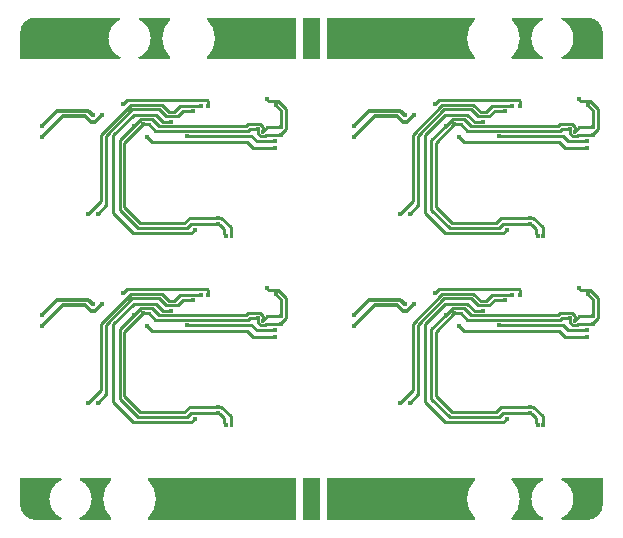
<source format=gbr>
*
%FSLAX26Y26*%
%MOIN*%
%ADD10C,0.014900*%
%ADD11C,0.011000*%
%ADD12C,0.013000*%
%ADD13C,0.015900*%
%ADD14C,0.001975*%
%ADD15C,0.001300*%
%ADD16C,0.002550*%
%ADD17C,0.015748*%
%ADD18C,0.035433*%
%IPPOS*%
%LNl2.gbr*%
%LPD*%
G75*
G54D10*
X735039Y70867D03*
G54D11*
Y98032D02*
Y70867D01*
Y98032D02*
X703543Y129528D01*
X433417Y111812D02*
X379173Y166056D01*
Y379567D01*
X441287Y441682D01*
X827126Y411111D02*
X835913Y402323D01*
X848339D01*
X853102Y407087D01*
X902709D01*
X827126Y425434D02*
X825394Y427166D01*
X827126Y425434D02*
Y411111D01*
X902709Y407087D02*
X902953Y407331D01*
X918740Y426071D02*
Y493615D01*
X891449Y520906D01*
X860394D01*
X855118Y526182D01*
X902953Y410284D02*
Y407331D01*
Y410284D02*
X918740Y426071D01*
X825394Y427166D02*
X799953D01*
X792827Y420040D02*
X483551D01*
X461909Y441682D01*
X792827Y420040D02*
X799953Y427166D01*
X461909Y441682D02*
X441287D01*
X598031Y129528D02*
X691535D01*
X598031D02*
X580315Y111812D01*
X433417D01*
X691535Y129528D02*
X703543D01*
X711394Y78764D02*
X719291Y70867D01*
X711394Y78764D02*
Y92647D01*
X698979Y105062D01*
X698932D01*
X693200Y110794D01*
X412461Y437146D02*
X364173Y388859D01*
X412461Y437146D02*
X416004Y440690D01*
X364173Y388859D02*
Y157481D01*
X842126Y417323D02*
X857087Y432284D01*
X903740D01*
Y487402D01*
X885236Y505906D01*
X435039Y458977D02*
X416752Y440690D01*
X416004D01*
X364173Y157481D02*
X425197Y96457D01*
X603543Y109843D02*
X691535D01*
X603543D02*
X590157Y96457D01*
X425197D01*
X793740Y442166D02*
X831606D01*
X842126Y431646D01*
Y417323D01*
X472126Y458977D02*
X435039D01*
X472126D02*
X495709Y435394D01*
X786968D01*
X793740Y442166D01*
X634646Y503127D02*
X565331D01*
X301575Y407481D02*
Y185827D01*
X545303Y483099D02*
X565331Y503127D01*
X545303Y483099D02*
X528319D01*
X504331Y507087D01*
X401181D01*
X301575Y407481D01*
X260236Y144489D02*
X301575Y185827D01*
X609193Y486359D02*
X576122D01*
X319291Y403985D02*
Y172048D01*
X557862Y468099D02*
X576122Y486359D01*
X557862Y468099D02*
X520091D01*
X496496Y491693D01*
X407000D01*
X319291Y403985D01*
X291732Y144489D02*
X319291Y172048D01*
G54D12*
X283858Y449213D02*
X307087Y472441D01*
X283858Y449213D02*
X270079D01*
X249213Y470079D01*
X176583D01*
X106299Y399796D01*
X260630Y487402D02*
X275591Y472441D01*
X260630Y487402D02*
X156693D01*
X106299Y437008D01*
G54D11*
X536220Y450394D02*
X508661D01*
X410929Y474410D02*
X342520Y406001D01*
Y145670D01*
X409843Y78347D01*
X602953D01*
X614764Y90158D01*
X484646Y474410D02*
X410929D01*
X484646D02*
X508661Y450394D01*
X588189Y402756D02*
X803937D01*
X821260Y385434D01*
X882677D01*
X789055Y384567D02*
X809055Y364567D01*
X471602Y384567D02*
X454988Y401182D01*
X471602Y384567D02*
X789055D01*
X883315Y364567D02*
X883953Y363930D01*
X883315Y364567D02*
X809055D01*
X377165Y511024D02*
X389370Y523229D01*
X655512D01*
X659843Y518898D02*
Y503520D01*
Y518898D02*
X655512Y523229D01*
G54D10*
X719291Y70867D03*
G54D13*
X691535Y109843D03*
X842126Y417323D03*
X903740Y432284D03*
X412480Y437127D03*
X634646Y503111D03*
X260236Y144489D03*
X609173Y486339D03*
X291732Y144489D03*
X307087Y472441D03*
X106299Y399804D03*
X275591Y472441D03*
X106299Y437008D03*
X614764Y90158D03*
X536220Y450394D03*
X588189Y402756D03*
X882677Y385434D03*
X455000Y401182D03*
X883937Y363938D03*
X377165Y511024D03*
X659843Y503504D03*
X855118Y526182D03*
X885236Y505906D03*
X441299Y441693D03*
X902953Y407323D03*
X825394Y427166D03*
X691535Y129528D03*
%LPC*%
G75*
X691535Y129528D02*
G54D14*
X727733Y66779D02*
Y74954D01*
X726597D02*
Y66779D01*
G36*
X833715Y416509D02*
G02X834162Y416219I-455J-1191D01*
G01X841022Y409360D01*
G02X841312Y408913I-902J-902D01*
G02X833715Y416509I814J8411D01*
G37*
G36*
X836608Y410923D02*
G01X847643D01*
G02X842126Y408873I-5518J6400D01*
G02X836608Y410923I-0J8450D01*
G37*
G36*
X842940Y408913D02*
G02X843230Y409360I1191J-455D01*
G01X850090Y416219D01*
G02X850537Y416509I903J-902D01*
G02X842940Y408913I-8410J815D01*
G37*
G54D15*
X850588Y416048D02*
G01X843988Y408971D01*
G36*
X833676Y417323D02*
G02X835610Y422704I8450J1D01*
G02X835726Y422173I-1159J-531D01*
G01Y412473D01*
G02X835610Y411943I-1275J1D01*
G02X833676Y417323I6516J5380D01*
G37*
G36*
X910140Y427434D02*
G01Y437134D01*
G02X910256Y437664I1275J-1D01*
G02X912190Y432284I-6516J-5380D01*
G02X910256Y426904I-8450J-0D01*
G02X910140Y427434I1159J531D01*
G37*
G36*
X886051Y514317D02*
G02X893647Y506720I-814J-8411D01*
G02X893200Y507010I455J1191D01*
G01X886340Y513870D01*
G02X886051Y514317I903J901D01*
G37*
G36*
X879856Y512422D02*
G02X885236Y514356I5380J-6516D01*
G02X890617Y512422I1J-8450D01*
G02X890086Y512306I-531J1159D01*
G01X880386D01*
G02X879856Y512422I1J1275D01*
G37*
G36*
X904555Y423873D02*
G02X904844Y424320I1192J-454D01*
G01X911704Y431180D01*
G02X912151Y431470I903J-901D01*
G02X904555Y423873I-8411J814D01*
G37*
G36*
X820013Y433682D02*
G02X825394Y435616I5380J-6516D01*
G02X830774Y433682I0J-8450D01*
G02X830244Y433566I-531J1159D01*
G01X820544D01*
G02X820013Y433682I0J1275D01*
G37*
G36*
X826208Y435577D02*
G02X833804Y427980I-815J-8410D01*
G02X833357Y428270I455J1191D01*
G01X826498Y435130D01*
G02X826208Y435577I902J903D01*
G37*
G54D16*
X541070Y442719D02*
G01X531371D01*
G54D17*
X3937Y39371D02*
X4087Y35938D01*
X4535Y32536D01*
X5280Y29182D01*
X6311Y25906D01*
X7626Y22733D01*
X9213Y19686D01*
X11055Y16788D01*
X13150Y14064D01*
X15468Y11532D01*
X18000Y9213D01*
X20724Y7119D01*
X23622Y5276D01*
X26669Y3690D01*
X29843Y2375D01*
X33118Y1343D01*
X36472Y599D01*
X39874Y150D01*
X43307Y1D01*
X897638D01*
X901071Y150D01*
X904472Y599D01*
X907827Y1343D01*
X911102Y2375D01*
X914276Y3690D01*
X917323Y5276D01*
X920220Y7119D01*
X922945Y9213D01*
X925476Y11532D01*
X927795Y14064D01*
X929890Y16788D01*
X931732Y19686D01*
X933319Y22733D01*
X934634Y25906D01*
X935665Y29182D01*
X936409Y32536D01*
X936858Y35938D01*
X937008Y39371D01*
Y78741D01*
X937083Y80457D01*
X937307Y82158D01*
X937677Y83835D01*
X938197Y85473D01*
X938850Y87060D01*
X939646Y88583D01*
X940567Y90032D01*
X941614Y91394D01*
X942772Y92662D01*
X944039Y93819D01*
X945402Y94867D01*
X946850Y95788D01*
X948374Y96583D01*
X949961Y97237D01*
X951598Y97756D01*
X953276Y98127D01*
X954976Y98351D01*
X956693Y98426D01*
X957378Y98457D01*
X958059Y98544D01*
X958732Y98693D01*
X959386Y98902D01*
X960020Y99162D01*
X960630Y99481D01*
X961209Y99851D01*
X961756Y100268D01*
X962260Y100733D01*
X962724Y101237D01*
X963142Y101784D01*
X963512Y102363D01*
X963831Y102973D01*
X964091Y103607D01*
X964299Y104260D01*
X964449Y104934D01*
X964535Y105615D01*
X964567Y106300D01*
Y448819D01*
X964551Y449162D01*
X964508Y449504D01*
X964433Y449839D01*
X964331Y450166D01*
X964197Y450485D01*
X964039Y450788D01*
X963854Y451079D01*
X963646Y451351D01*
X963413Y451603D01*
X963161Y451835D01*
X962890Y452044D01*
X962598Y452229D01*
X962295Y452386D01*
X961976Y452520D01*
X961650Y452623D01*
X961315Y452697D01*
X960972Y452741D01*
X960630Y452756D01*
X958913Y452831D01*
X957213Y453056D01*
X955535Y453426D01*
X953898Y453945D01*
X952311Y454599D01*
X950787Y455394D01*
X949339Y456316D01*
X947976Y457363D01*
X946709Y458520D01*
X945551Y459788D01*
X944504Y461150D01*
X943583Y462599D01*
X942787Y464123D01*
X942134Y465709D01*
X941614Y467347D01*
X941244Y469024D01*
X941020Y470725D01*
X940945Y472441D01*
Y511812D01*
X940795Y515245D01*
X940346Y518646D01*
X939602Y522001D01*
X938571Y525276D01*
X937256Y528449D01*
X935669Y531497D01*
X933827Y534394D01*
X931732Y537119D01*
X929413Y539650D01*
X926882Y541969D01*
X924157Y544064D01*
X921260Y545906D01*
X918213Y547493D01*
X915039Y548808D01*
X911764Y549839D01*
X908409Y550583D01*
X905008Y551032D01*
X901575Y551182D01*
X43307D01*
X39874Y551032D01*
X36472Y550583D01*
X33118Y549839D01*
X29843Y548808D01*
X26669Y547493D01*
X23622Y545906D01*
X20724Y544064D01*
X18000Y541969D01*
X15468Y539650D01*
X13150Y537119D01*
X11055Y534394D01*
X9213Y531497D01*
X7626Y528449D01*
X6311Y525276D01*
X5280Y522001D01*
X4535Y518646D01*
X4087Y515245D01*
X3937Y511812D01*
Y39371D01*
X-3343Y1D02*
X968204D01*
X964567Y-13511D02*
Y542672D01*
X956047Y551182D02*
X4761D01*
X3937Y552802D02*
Y2698D01*
G54D18*
X124433Y559831D03*
X157898D03*
X191362D03*
X224827D03*
X258291D03*
X669616D03*
X703080D03*
X736545D03*
X770009D03*
X803474D03*
X124433Y-8580D03*
X157898D03*
X191362D03*
X224827D03*
X258291D03*
X669616D03*
X703080D03*
X736545D03*
X770009D03*
X803474D03*
%LPD*%
G75*
X803474Y-8580D02*
G54D10*
X735039Y700788D03*
G54D11*
Y727953D02*
Y700788D01*
Y727953D02*
X703543Y759449D01*
X433417Y741733D02*
X379173Y795977D01*
Y1009489D01*
X441287Y1071603D01*
X827126Y1041032D02*
X835913Y1032245D01*
X848339D01*
X853102Y1037008D01*
X902709D01*
X827126Y1055355D02*
X825394Y1057087D01*
X827126Y1055355D02*
Y1041032D01*
X902709Y1037008D02*
X902953Y1037253D01*
X918740Y1055993D02*
Y1123536D01*
X891449Y1150827D01*
X860394D01*
X855118Y1156103D01*
X902953Y1040205D02*
Y1037253D01*
Y1040205D02*
X918740Y1055993D01*
X825394Y1057087D02*
X799953D01*
X792827Y1049961D02*
X483551D01*
X461909Y1071603D01*
X792827Y1049961D02*
X799953Y1057087D01*
X461909Y1071603D02*
X441287D01*
X598031Y759449D02*
X691535D01*
X598031D02*
X580315Y741733D01*
X433417D01*
X691535Y759449D02*
X703543D01*
X711394Y708686D02*
X719291Y700788D01*
X711394Y708686D02*
Y722569D01*
X698979Y734983D01*
X698932D01*
X693200Y740715D01*
X412461Y1067067D02*
X364173Y1018780D01*
X412461Y1067067D02*
X416004Y1070611D01*
X364173Y1018780D02*
Y787402D01*
X842126Y1047245D02*
X857087Y1062205D01*
X903740D01*
Y1117323D01*
X885236Y1135827D01*
X435039Y1088898D02*
X416752Y1070611D01*
X416004D01*
X364173Y787402D02*
X425197Y726379D01*
X603543Y739764D02*
X691535D01*
X603543D02*
X590157Y726379D01*
X425197D01*
X793740Y1072087D02*
X831606D01*
X842126Y1061567D01*
Y1047245D01*
X472126Y1088898D02*
X435039D01*
X472126D02*
X495709Y1065316D01*
X786968D01*
X793740Y1072087D01*
X634646Y1133048D02*
X565331D01*
X301575Y1037402D02*
Y815749D01*
X545303Y1113020D02*
X565331Y1133048D01*
X545303Y1113020D02*
X528319D01*
X504331Y1137008D01*
X401181D01*
X301575Y1037402D01*
X260236Y774410D02*
X301575Y815749D01*
X609193Y1116280D02*
X576122D01*
X319291Y1033906D02*
Y801969D01*
X557862Y1098020D02*
X576122Y1116280D01*
X557862Y1098020D02*
X520091D01*
X496496Y1121615D01*
X407000D01*
X319291Y1033906D01*
X291732Y774410D02*
X319291Y801969D01*
G54D12*
X283858Y1079134D02*
X307087Y1102363D01*
X283858Y1079134D02*
X270079D01*
X249213Y1100001D01*
X176583D01*
X106299Y1029717D01*
X260630Y1117323D02*
X275591Y1102363D01*
X260630Y1117323D02*
X156693D01*
X106299Y1066930D01*
G54D11*
X536220Y1080316D02*
X508661D01*
X410929Y1104331D02*
X342520Y1035922D01*
Y775591D01*
X409843Y708268D01*
X602953D01*
X614764Y720079D01*
X484646Y1104331D02*
X410929D01*
X484646D02*
X508661Y1080316D01*
X588189Y1032678D02*
X803937D01*
X821260Y1015355D01*
X882677D01*
X789055Y1014489D02*
X809055Y994489D01*
X471602Y1014489D02*
X454988Y1031103D01*
X471602Y1014489D02*
X789055D01*
X883315Y994489D02*
X883953Y993851D01*
X883315Y994489D02*
X809055D01*
X377165Y1140945D02*
X389370Y1153150D01*
X655512D01*
X659843Y1148819D02*
Y1133441D01*
Y1148819D02*
X655512Y1153150D01*
G54D10*
X719291Y700788D03*
G54D13*
X691535Y739764D03*
X842126Y1047245D03*
X903740Y1062205D03*
X412480Y1067048D03*
X634646Y1133032D03*
X260236Y774410D03*
X609173Y1116260D03*
X291732Y774410D03*
X307087Y1102363D03*
X106299Y1029725D03*
X275591Y1102363D03*
X106299Y1066930D03*
X614764Y720079D03*
X536220Y1080316D03*
X588189Y1032678D03*
X882677Y1015355D03*
X455000Y1031103D03*
X883937Y993859D03*
X377165Y1140945D03*
X659843Y1133426D03*
X855118Y1156103D03*
X885236Y1135827D03*
X441299Y1071615D03*
X902953Y1037245D03*
X825394Y1057087D03*
X691535Y759449D03*
%LPC*%
G75*
X691535Y759449D02*
G54D14*
X727733Y696700D02*
Y704875D01*
X726597D02*
Y696700D01*
G36*
X833715Y1046430D02*
G02X834162Y1046141I-454J-1192D01*
G01X841022Y1039281D01*
G02X841312Y1038834I-902J-903D01*
G02X833715Y1046430I814J8411D01*
G37*
G36*
X836608Y1040845D02*
G01X847643D01*
G02X842126Y1038795I-5518J6400D01*
G02X836608Y1040845I-0J8450D01*
G37*
G36*
X842940Y1038834D02*
G02X843230Y1039281I1191J-455D01*
G01X850090Y1046141D01*
G02X850537Y1046430I901J-903D01*
G02X842940Y1038834I-8410J815D01*
G37*
G54D15*
X850588Y1045969D02*
G01X843988Y1038892D01*
G36*
X833676Y1047245D02*
G02X835610Y1052625I8450J-0D01*
G02X835726Y1052095I-1159J-531D01*
G01Y1042395D01*
G02X835610Y1041864I-1275J0D01*
G02X833676Y1047245I6516J5380D01*
G37*
G36*
X910140Y1057355D02*
G01Y1067055D01*
G02X910256Y1067586I1275J-0D01*
G02X912190Y1062205I-6516J-5380D01*
G02X910256Y1056825I-8450J-0D01*
G02X910140Y1057355I1159J531D01*
G37*
G36*
X886051Y1144238D02*
G02X893647Y1136642I-814J-8411D01*
G02X893200Y1136931I454J1192D01*
G01X886340Y1143791D01*
G02X886051Y1144238I903J901D01*
G37*
G36*
X879856Y1142343D02*
G02X885236Y1144277I5380J-6516D01*
G02X890617Y1142343I1J-8450D01*
G02X890086Y1142227I-531J1159D01*
G01X880386D01*
G02X879856Y1142343I1J1275D01*
G37*
G36*
X904555Y1053795D02*
G02X904844Y1054242I1192J-454D01*
G01X911704Y1061101D01*
G02X912151Y1061391I903J-902D01*
G02X904555Y1053795I-8410J815D01*
G37*
G36*
X820013Y1063603D02*
G02X825394Y1065537I5380J-6516D01*
G02X830774Y1063603I0J-8450D01*
G02X830244Y1063487I-531J1159D01*
G01X820544D01*
G02X820013Y1063603I0J1275D01*
G37*
G36*
X826208Y1065498D02*
G02X833804Y1057902I-814J-8411D01*
G02X833357Y1058191I454J1192D01*
G01X826498Y1065051D01*
G02X826208Y1065498I901J903D01*
G37*
G54D16*
X541070Y1072641D02*
G01X531371D01*
G54D17*
X3937Y669292D02*
X4087Y665859D01*
X4535Y662457D01*
X5280Y659103D01*
X6311Y655827D01*
X7626Y652654D01*
X9213Y649607D01*
X11055Y646709D01*
X13150Y643985D01*
X15468Y641453D01*
X18000Y639134D01*
X20724Y637040D01*
X23622Y635197D01*
X26669Y633611D01*
X29843Y632296D01*
X33118Y631264D01*
X36472Y630520D01*
X39874Y630071D01*
X43307Y629922D01*
X897638D01*
X901071Y630071D01*
X904472Y630520D01*
X907827Y631264D01*
X911102Y632296D01*
X914276Y633611D01*
X917323Y635197D01*
X920220Y637040D01*
X922945Y639134D01*
X925476Y641453D01*
X927795Y643985D01*
X929890Y646709D01*
X931732Y649607D01*
X933319Y652654D01*
X934634Y655827D01*
X935665Y659103D01*
X936409Y662457D01*
X936858Y665859D01*
X937008Y669292D01*
Y708662D01*
X937083Y710379D01*
X937307Y712079D01*
X937677Y713756D01*
X938197Y715394D01*
X938850Y716981D01*
X939646Y718504D01*
X940567Y719953D01*
X941614Y721316D01*
X942772Y722583D01*
X944039Y723741D01*
X945402Y724788D01*
X946850Y725709D01*
X948374Y726504D01*
X949961Y727158D01*
X951598Y727678D01*
X953276Y728048D01*
X954976Y728272D01*
X956693Y728347D01*
X957378Y728379D01*
X958059Y728465D01*
X958732Y728615D01*
X959386Y728823D01*
X960020Y729083D01*
X960630Y729402D01*
X961209Y729772D01*
X961756Y730190D01*
X962260Y730654D01*
X962724Y731158D01*
X963142Y731705D01*
X963512Y732284D01*
X963831Y732894D01*
X964091Y733528D01*
X964299Y734182D01*
X964449Y734855D01*
X964535Y735536D01*
X964567Y736221D01*
Y1078741D01*
X964551Y1079083D01*
X964508Y1079426D01*
X964433Y1079760D01*
X964331Y1080087D01*
X964197Y1080406D01*
X964039Y1080709D01*
X963854Y1081001D01*
X963646Y1081272D01*
X963413Y1081524D01*
X963161Y1081756D01*
X962890Y1081965D01*
X962598Y1082150D01*
X962295Y1082308D01*
X961976Y1082441D01*
X961650Y1082544D01*
X961315Y1082619D01*
X960972Y1082662D01*
X960630Y1082678D01*
X958913Y1082753D01*
X957213Y1082977D01*
X955535Y1083347D01*
X953898Y1083867D01*
X952311Y1084520D01*
X950787Y1085316D01*
X949339Y1086237D01*
X947976Y1087284D01*
X946709Y1088441D01*
X945551Y1089709D01*
X944504Y1091071D01*
X943583Y1092520D01*
X942787Y1094044D01*
X942134Y1095630D01*
X941614Y1097268D01*
X941244Y1098945D01*
X941020Y1100646D01*
X940945Y1102363D01*
Y1141733D01*
X940795Y1145166D01*
X940346Y1148567D01*
X939602Y1151922D01*
X938571Y1155197D01*
X937256Y1158371D01*
X935669Y1161418D01*
X933827Y1164316D01*
X931732Y1167040D01*
X929413Y1169571D01*
X926882Y1171890D01*
X924157Y1173985D01*
X921260Y1175827D01*
X918213Y1177414D01*
X915039Y1178729D01*
X911764Y1179760D01*
X908409Y1180504D01*
X905008Y1180953D01*
X901575Y1181103D01*
X43307D01*
X39874Y1180953D01*
X36472Y1180504D01*
X33118Y1179760D01*
X29843Y1178729D01*
X26669Y1177414D01*
X23622Y1175827D01*
X20724Y1173985D01*
X18000Y1171890D01*
X15468Y1169571D01*
X13150Y1167040D01*
X11055Y1164316D01*
X9213Y1161418D01*
X7626Y1158371D01*
X6311Y1155197D01*
X5280Y1151922D01*
X4535Y1148567D01*
X4087Y1145166D01*
X3937Y1141733D01*
Y669292D01*
X-3343Y629922D02*
X968204D01*
X964567Y616410D02*
Y1172593D01*
X956047Y1181103D02*
X4761D01*
X3937Y1182724D02*
Y632619D01*
G54D18*
X124433Y1189752D03*
X157898D03*
X191362D03*
X224827D03*
X258291D03*
X669616D03*
X703080D03*
X736545D03*
X770009D03*
X803474D03*
X124433Y621341D03*
X157898D03*
X191362D03*
X224827D03*
X258291D03*
X669616D03*
X703080D03*
X736545D03*
X770009D03*
X803474D03*
%LPD*%
G75*
X803474Y621341D02*
G54D10*
X1774409Y70867D03*
G54D11*
Y98032D02*
Y70867D01*
Y98032D02*
X1742913Y129528D01*
X1472787Y111812D02*
X1418543Y166056D01*
Y379567D01*
X1480657Y441682D01*
X1866496Y411111D02*
X1875283Y402323D01*
X1887709D01*
X1892472Y407087D01*
X1942079D01*
X1866496Y425434D02*
X1864764Y427166D01*
X1866496Y425434D02*
Y411111D01*
X1942079Y407087D02*
X1942323Y407331D01*
X1958110Y426071D02*
Y493615D01*
X1930819Y520906D01*
X1899764D01*
X1894488Y526182D01*
X1942323Y410284D02*
Y407331D01*
Y410284D02*
X1958110Y426071D01*
X1864764Y427166D02*
X1839323D01*
X1832197Y420040D02*
X1522921D01*
X1501280Y441682D01*
X1832197Y420040D02*
X1839323Y427166D01*
X1501280Y441682D02*
X1480657D01*
X1637402Y129528D02*
X1730906D01*
X1637402D02*
X1619685Y111812D01*
X1472787D01*
X1730906Y129528D02*
X1742913D01*
X1750764Y78764D02*
X1758661Y70867D01*
X1750764Y78764D02*
Y92647D01*
X1738349Y105062D01*
X1738302D01*
X1732570Y110794D01*
X1451831Y437146D02*
X1403543Y388859D01*
X1451831Y437146D02*
X1455374Y440690D01*
X1403543Y388859D02*
Y157481D01*
X1881496Y417323D02*
X1896457Y432284D01*
X1943110D01*
Y487402D01*
X1924606Y505906D01*
X1474409Y458977D02*
X1456122Y440690D01*
X1455374D01*
X1403543Y157481D02*
X1464567Y96457D01*
X1642913Y109843D02*
X1730906D01*
X1642913D02*
X1629528Y96457D01*
X1464567D01*
X1833110Y442166D02*
X1870976D01*
X1881496Y431646D01*
Y417323D01*
X1511496Y458977D02*
X1474409D01*
X1511496D02*
X1535079Y435394D01*
X1826339D01*
X1833110Y442166D01*
X1674016Y503127D02*
X1604701D01*
X1340945Y407481D02*
Y185827D01*
X1584673Y483099D02*
X1604701Y503127D01*
X1584673Y483099D02*
X1567689D01*
X1543701Y507087D01*
X1440551D01*
X1340945Y407481D01*
X1299606Y144489D02*
X1340945Y185827D01*
X1648563Y486359D02*
X1615492D01*
X1358661Y403985D02*
Y172048D01*
X1597232Y468099D02*
X1615492Y486359D01*
X1597232Y468099D02*
X1559461D01*
X1535866Y491693D01*
X1446370D01*
X1358661Y403985D01*
X1331102Y144489D02*
X1358661Y172048D01*
G54D12*
X1323228Y449213D02*
X1346457Y472441D01*
X1323228Y449213D02*
X1309449D01*
X1288583Y470079D01*
X1215953D01*
X1145669Y399796D01*
X1300000Y487402D02*
X1314961Y472441D01*
X1300000Y487402D02*
X1196063D01*
X1145669Y437008D01*
G54D11*
X1575591Y450394D02*
X1548031D01*
X1450299Y474410D02*
X1381890Y406001D01*
Y145670D01*
X1449213Y78347D01*
X1642323D01*
X1654134Y90158D01*
X1524016Y474410D02*
X1450299D01*
X1524016D02*
X1548031Y450394D01*
X1627559Y402756D02*
X1843307D01*
X1860630Y385434D01*
X1922047D01*
X1828425Y384567D02*
X1848425Y364567D01*
X1510972Y384567D02*
X1494358Y401182D01*
X1510972Y384567D02*
X1828425D01*
X1922685Y364567D02*
X1923323Y363930D01*
X1922685Y364567D02*
X1848425D01*
X1416535Y511024D02*
X1428740Y523229D01*
X1694882D01*
X1699213Y518898D02*
Y503520D01*
Y518898D02*
X1694882Y523229D01*
G54D10*
X1758661Y70867D03*
G54D13*
X1730906Y109843D03*
X1881496Y417323D03*
X1943110Y432284D03*
X1451850Y437127D03*
X1674016Y503111D03*
X1299606Y144489D03*
X1648543Y486339D03*
X1331102Y144489D03*
X1346457Y472441D03*
X1145669Y399804D03*
X1314961Y472441D03*
X1145669Y437008D03*
X1654134Y90158D03*
X1575591Y450394D03*
X1627559Y402756D03*
X1922047Y385434D03*
X1494370Y401182D03*
X1923307Y363938D03*
X1416535Y511024D03*
X1699213Y503504D03*
X1894488Y526182D03*
X1924606Y505906D03*
X1480669Y441693D03*
X1942323Y407323D03*
X1864764Y427166D03*
X1730906Y129528D03*
%LPC*%
G75*
X1730906Y129528D02*
G54D14*
X1767103Y66779D02*
Y74954D01*
X1765968D02*
Y66779D01*
G36*
X1873085Y416509D02*
G02X1873532Y416219I-455J-1191D01*
G01X1880392Y409360D01*
G02X1880682Y408913I-902J-902D01*
G02X1873085Y416509I814J8411D01*
G37*
G36*
X1875979Y410923D02*
G01X1887014D01*
G02X1881496Y408873I-5518J6400D01*
G02X1875979Y410923I0J8450D01*
G37*
G36*
X1882310Y408913D02*
G02X1882600Y409360I1191J-455D01*
G01X1889460Y416219D01*
G02X1889907Y416509I903J-901D01*
G02X1882310Y408913I-8411J814D01*
G37*
G54D15*
X1889958Y416048D02*
G01X1883358Y408971D01*
G36*
X1873046Y417323D02*
G02X1874980Y422704I8450J1D01*
G02X1875096Y422173I-1159J-531D01*
G01Y412473D01*
G02X1874980Y411943I-1275J1D01*
G02X1873046Y417323I6516J5380D01*
G37*
G36*
X1949510Y427434D02*
G01Y437134D01*
G02X1949626Y437664I1275J-1D01*
G02X1951560Y432284I-6516J-5380D01*
G02X1949626Y426904I-8450J0D01*
G02X1949510Y427434I1159J531D01*
G37*
G36*
X1925421Y514317D02*
G02X1933017Y506720I-814J-8411D01*
G02X1932570Y507010I455J1191D01*
G01X1925710Y513870D01*
G02X1925421Y514317I903J901D01*
G37*
G36*
X1919226Y512422D02*
G02X1924606Y514356I5380J-6516D01*
G02X1929987Y512422I1J-8450D01*
G02X1929456Y512306I-531J1159D01*
G01X1919756D01*
G02X1919226Y512422I1J1275D01*
G37*
G36*
X1943925Y423873D02*
G02X1944214Y424320I1192J-454D01*
G01X1951074Y431180D01*
G02X1951521Y431470I903J-901D01*
G02X1943925Y423873I-8411J814D01*
G37*
G36*
X1859383Y433682D02*
G02X1864764Y435616I5380J-6516D01*
G02X1870144Y433682I0J-8450D01*
G02X1869614Y433566I-531J1159D01*
G01X1859914D01*
G02X1859383Y433682I0J1275D01*
G37*
G36*
X1865578Y435577D02*
G02X1873174Y427980I-815J-8411D01*
G02X1872727Y428270I455J1191D01*
G01X1865868Y435130D01*
G02X1865578Y435577I902J902D01*
G37*
G54D16*
X1580440Y442719D02*
G01X1570741D01*
G54D17*
X1043307Y39371D02*
X1043457Y35938D01*
X1043906Y32536D01*
X1044650Y29182D01*
X1045681Y25906D01*
X1046996Y22733D01*
X1048583Y19686D01*
X1050425Y16788D01*
X1052520Y14064D01*
X1054839Y11532D01*
X1057370Y9213D01*
X1060094Y7119D01*
X1062992Y5276D01*
X1066039Y3690D01*
X1069213Y2375D01*
X1072488Y1343D01*
X1075843Y599D01*
X1079244Y150D01*
X1082677Y1D01*
X1937008D01*
X1940441Y150D01*
X1943843Y599D01*
X1947197Y1343D01*
X1950472Y2375D01*
X1953646Y3690D01*
X1956693Y5276D01*
X1959591Y7119D01*
X1962315Y9213D01*
X1964846Y11532D01*
X1967165Y14064D01*
X1969260Y16788D01*
X1971102Y19686D01*
X1972689Y22733D01*
X1974004Y25906D01*
X1975035Y29182D01*
X1975780Y32536D01*
X1976228Y35938D01*
X1976378Y39371D01*
Y78741D01*
X1976453Y80457D01*
X1976677Y82158D01*
X1977047Y83835D01*
X1977567Y85473D01*
X1978220Y87060D01*
X1979016Y88583D01*
X1979937Y90032D01*
X1980984Y91394D01*
X1982142Y92662D01*
X1983409Y93819D01*
X1984772Y94867D01*
X1986220Y95788D01*
X1987744Y96583D01*
X1989331Y97237D01*
X1990968Y97756D01*
X1992646Y98127D01*
X1994346Y98351D01*
X1996063Y98426D01*
X1996748Y98457D01*
X1997429Y98544D01*
X1998102Y98693D01*
X1998756Y98902D01*
X1999390Y99162D01*
X2000000Y99481D01*
X2000579Y99851D01*
X2001126Y100268D01*
X2001630Y100733D01*
X2002094Y101237D01*
X2002512Y101784D01*
X2002882Y102363D01*
X2003201Y102973D01*
X2003461Y103607D01*
X2003669Y104260D01*
X2003819Y104934D01*
X2003906Y105615D01*
X2003937Y106300D01*
Y448819D01*
X2003921Y449162D01*
X2003878Y449504D01*
X2003803Y449839D01*
X2003701Y450166D01*
X2003567Y450485D01*
X2003409Y450788D01*
X2003224Y451079D01*
X2003016Y451351D01*
X2002783Y451603D01*
X2002531Y451835D01*
X2002260Y452044D01*
X2001968Y452229D01*
X2001665Y452386D01*
X2001346Y452520D01*
X2001020Y452623D01*
X2000685Y452697D01*
X2000343Y452741D01*
X2000000Y452756D01*
X1998283Y452831D01*
X1996583Y453056D01*
X1994906Y453426D01*
X1993268Y453945D01*
X1991681Y454599D01*
X1990157Y455394D01*
X1988709Y456316D01*
X1987346Y457363D01*
X1986079Y458520D01*
X1984921Y459788D01*
X1983874Y461150D01*
X1982953Y462599D01*
X1982157Y464123D01*
X1981504Y465709D01*
X1980984Y467347D01*
X1980614Y469024D01*
X1980390Y470725D01*
X1980315Y472441D01*
Y511812D01*
X1980165Y515245D01*
X1979717Y518646D01*
X1978972Y522001D01*
X1977941Y525276D01*
X1976626Y528449D01*
X1975039Y531497D01*
X1973197Y534394D01*
X1971102Y537119D01*
X1968783Y539650D01*
X1966252Y541969D01*
X1963528Y544064D01*
X1960630Y545906D01*
X1957583Y547493D01*
X1954409Y548808D01*
X1951134Y549839D01*
X1947780Y550583D01*
X1944378Y551032D01*
X1940945Y551182D01*
X1082677D01*
X1079244Y551032D01*
X1075843Y550583D01*
X1072488Y549839D01*
X1069213Y548808D01*
X1066039Y547493D01*
X1062992Y545906D01*
X1060094Y544064D01*
X1057370Y541969D01*
X1054839Y539650D01*
X1052520Y537119D01*
X1050425Y534394D01*
X1048583Y531497D01*
X1046996Y528449D01*
X1045681Y525276D01*
X1044650Y522001D01*
X1043906Y518646D01*
X1043457Y515245D01*
X1043307Y511812D01*
Y39371D01*
X1036027Y1D02*
X2007574D01*
X2003937Y-13511D02*
Y542672D01*
X1995417Y551182D02*
X1044131D01*
X1043307Y552802D02*
Y2698D01*
G54D18*
X1163803Y559831D03*
X1197268D03*
X1230732D03*
X1264197D03*
X1297661D03*
X1708986D03*
X1742450D03*
X1775915D03*
X1809379D03*
X1842844D03*
X1163803Y-8580D03*
X1197268D03*
X1230732D03*
X1264197D03*
X1297661D03*
X1708986D03*
X1742450D03*
X1775915D03*
X1809379D03*
X1842844D03*
%LPD*%
G75*
X1842844Y-8580D02*
G54D10*
X1774409Y700788D03*
G54D11*
Y727953D02*
Y700788D01*
Y727953D02*
X1742913Y759449D01*
X1472787Y741733D02*
X1418543Y795977D01*
Y1009489D01*
X1480657Y1071603D01*
X1866496Y1041032D02*
X1875283Y1032245D01*
X1887709D01*
X1892472Y1037008D01*
X1942079D01*
X1866496Y1055355D02*
X1864764Y1057087D01*
X1866496Y1055355D02*
Y1041032D01*
X1942079Y1037008D02*
X1942323Y1037253D01*
X1958110Y1055993D02*
Y1123536D01*
X1930819Y1150827D01*
X1899764D01*
X1894488Y1156103D01*
X1942323Y1040205D02*
Y1037253D01*
Y1040205D02*
X1958110Y1055993D01*
X1864764Y1057087D02*
X1839323D01*
X1832197Y1049961D02*
X1522921D01*
X1501280Y1071603D01*
X1832197Y1049961D02*
X1839323Y1057087D01*
X1501280Y1071603D02*
X1480657D01*
X1637402Y759449D02*
X1730906D01*
X1637402D02*
X1619685Y741733D01*
X1472787D01*
X1730906Y759449D02*
X1742913D01*
X1750764Y708686D02*
X1758661Y700788D01*
X1750764Y708686D02*
Y722569D01*
X1738349Y734983D01*
X1738302D01*
X1732570Y740715D01*
X1451831Y1067067D02*
X1403543Y1018780D01*
X1451831Y1067067D02*
X1455374Y1070611D01*
X1403543Y1018780D02*
Y787402D01*
X1881496Y1047245D02*
X1896457Y1062205D01*
X1943110D01*
Y1117323D01*
X1924606Y1135827D01*
X1474409Y1088898D02*
X1456122Y1070611D01*
X1455374D01*
X1403543Y787402D02*
X1464567Y726379D01*
X1642913Y739764D02*
X1730906D01*
X1642913D02*
X1629528Y726379D01*
X1464567D01*
X1833110Y1072087D02*
X1870976D01*
X1881496Y1061567D01*
Y1047245D01*
X1511496Y1088898D02*
X1474409D01*
X1511496D02*
X1535079Y1065316D01*
X1826339D01*
X1833110Y1072087D01*
X1674016Y1133048D02*
X1604701D01*
X1340945Y1037402D02*
Y815749D01*
X1584673Y1113020D02*
X1604701Y1133048D01*
X1584673Y1113020D02*
X1567689D01*
X1543701Y1137008D01*
X1440551D01*
X1340945Y1037402D01*
X1299606Y774410D02*
X1340945Y815749D01*
X1648563Y1116280D02*
X1615492D01*
X1358661Y1033906D02*
Y801969D01*
X1597232Y1098020D02*
X1615492Y1116280D01*
X1597232Y1098020D02*
X1559461D01*
X1535866Y1121615D01*
X1446370D01*
X1358661Y1033906D01*
X1331102Y774410D02*
X1358661Y801969D01*
G54D12*
X1323228Y1079134D02*
X1346457Y1102363D01*
X1323228Y1079134D02*
X1309449D01*
X1288583Y1100001D01*
X1215953D01*
X1145669Y1029717D01*
X1300000Y1117323D02*
X1314961Y1102363D01*
X1300000Y1117323D02*
X1196063D01*
X1145669Y1066930D01*
G54D11*
X1575591Y1080316D02*
X1548031D01*
X1450299Y1104331D02*
X1381890Y1035922D01*
Y775591D01*
X1449213Y708268D01*
X1642323D01*
X1654134Y720079D01*
X1524016Y1104331D02*
X1450299D01*
X1524016D02*
X1548031Y1080316D01*
X1627559Y1032678D02*
X1843307D01*
X1860630Y1015355D01*
X1922047D01*
X1828425Y1014489D02*
X1848425Y994489D01*
X1510972Y1014489D02*
X1494358Y1031103D01*
X1510972Y1014489D02*
X1828425D01*
X1922685Y994489D02*
X1923323Y993851D01*
X1922685Y994489D02*
X1848425D01*
X1416535Y1140945D02*
X1428740Y1153150D01*
X1694882D01*
X1699213Y1148819D02*
Y1133441D01*
Y1148819D02*
X1694882Y1153150D01*
G54D10*
X1758661Y700788D03*
G54D13*
X1730906Y739764D03*
X1881496Y1047245D03*
X1943110Y1062205D03*
X1451850Y1067048D03*
X1674016Y1133032D03*
X1299606Y774410D03*
X1648543Y1116260D03*
X1331102Y774410D03*
X1346457Y1102363D03*
X1145669Y1029725D03*
X1314961Y1102363D03*
X1145669Y1066930D03*
X1654134Y720079D03*
X1575591Y1080316D03*
X1627559Y1032678D03*
X1922047Y1015355D03*
X1494370Y1031103D03*
X1923307Y993859D03*
X1416535Y1140945D03*
X1699213Y1133426D03*
X1894488Y1156103D03*
X1924606Y1135827D03*
X1480669Y1071615D03*
X1942323Y1037245D03*
X1864764Y1057087D03*
X1730906Y759449D03*
%LPC*%
G75*
X1730906Y759449D02*
G54D14*
X1767103Y696700D02*
Y704875D01*
X1765968D02*
Y696700D01*
G36*
X1873085Y1046430D02*
G02X1873532Y1046141I-454J-1192D01*
G01X1880392Y1039281D01*
G02X1880682Y1038834I-902J-903D01*
G02X1873085Y1046430I814J8411D01*
G37*
G36*
X1875979Y1040845D02*
G01X1887014D01*
G02X1881496Y1038795I-5518J6400D01*
G02X1875979Y1040845I0J8450D01*
G37*
G36*
X1882310Y1038834D02*
G02X1882600Y1039281I1191J-455D01*
G01X1889460Y1046141D01*
G02X1889907Y1046430I901J-903D01*
G02X1882310Y1038834I-8410J815D01*
G37*
G54D15*
X1889958Y1045969D02*
G01X1883358Y1038892D01*
G36*
X1873046Y1047245D02*
G02X1874980Y1052625I8450J-0D01*
G02X1875096Y1052095I-1159J-531D01*
G01Y1042395D01*
G02X1874980Y1041864I-1275J0D01*
G02X1873046Y1047245I6516J5380D01*
G37*
G36*
X1949510Y1057355D02*
G01Y1067055D01*
G02X1949626Y1067586I1275J-0D01*
G02X1951560Y1062205I-6516J-5380D01*
G02X1949626Y1056825I-8450J0D01*
G02X1949510Y1057355I1159J531D01*
G37*
G36*
X1925421Y1144238D02*
G02X1933017Y1136642I-814J-8411D01*
G02X1932570Y1136931I454J1192D01*
G01X1925710Y1143791D01*
G02X1925421Y1144238I903J901D01*
G37*
G36*
X1919226Y1142343D02*
G02X1924606Y1144277I5380J-6516D01*
G02X1929987Y1142343I1J-8450D01*
G02X1929456Y1142227I-531J1159D01*
G01X1919756D01*
G02X1919226Y1142343I1J1275D01*
G37*
G36*
X1943925Y1053795D02*
G02X1944214Y1054242I1192J-454D01*
G01X1951074Y1061101D01*
G02X1951521Y1061391I903J-902D01*
G02X1943925Y1053795I-8410J814D01*
G37*
G36*
X1859383Y1063603D02*
G02X1864764Y1065537I5380J-6516D01*
G02X1870144Y1063603I0J-8450D01*
G02X1869614Y1063487I-531J1159D01*
G01X1859914D01*
G02X1859383Y1063603I0J1275D01*
G37*
G36*
X1865578Y1065498D02*
G02X1873174Y1057902I-815J-8411D01*
G02X1872727Y1058191I454J1192D01*
G01X1865868Y1065051D01*
G02X1865578Y1065498I902J902D01*
G37*
G54D16*
X1580440Y1072641D02*
G01X1570741D01*
G54D17*
X1043307Y669292D02*
X1043457Y665859D01*
X1043906Y662457D01*
X1044650Y659103D01*
X1045681Y655827D01*
X1046996Y652654D01*
X1048583Y649607D01*
X1050425Y646709D01*
X1052520Y643985D01*
X1054839Y641453D01*
X1057370Y639134D01*
X1060094Y637040D01*
X1062992Y635197D01*
X1066039Y633611D01*
X1069213Y632296D01*
X1072488Y631264D01*
X1075843Y630520D01*
X1079244Y630071D01*
X1082677Y629922D01*
X1937008D01*
X1940441Y630071D01*
X1943843Y630520D01*
X1947197Y631264D01*
X1950472Y632296D01*
X1953646Y633611D01*
X1956693Y635197D01*
X1959591Y637040D01*
X1962315Y639134D01*
X1964846Y641453D01*
X1967165Y643985D01*
X1969260Y646709D01*
X1971102Y649607D01*
X1972689Y652654D01*
X1974004Y655827D01*
X1975035Y659103D01*
X1975780Y662457D01*
X1976228Y665859D01*
X1976378Y669292D01*
Y708662D01*
X1976453Y710379D01*
X1976677Y712079D01*
X1977047Y713756D01*
X1977567Y715394D01*
X1978220Y716981D01*
X1979016Y718504D01*
X1979937Y719953D01*
X1980984Y721316D01*
X1982142Y722583D01*
X1983409Y723741D01*
X1984772Y724788D01*
X1986220Y725709D01*
X1987744Y726504D01*
X1989331Y727158D01*
X1990968Y727678D01*
X1992646Y728048D01*
X1994346Y728272D01*
X1996063Y728347D01*
X1996748Y728379D01*
X1997429Y728465D01*
X1998102Y728615D01*
X1998756Y728823D01*
X1999390Y729083D01*
X2000000Y729402D01*
X2000579Y729772D01*
X2001126Y730190D01*
X2001630Y730654D01*
X2002094Y731158D01*
X2002512Y731705D01*
X2002882Y732284D01*
X2003201Y732894D01*
X2003461Y733528D01*
X2003669Y734182D01*
X2003819Y734855D01*
X2003906Y735536D01*
X2003937Y736221D01*
Y1078741D01*
X2003921Y1079083D01*
X2003878Y1079426D01*
X2003803Y1079760D01*
X2003701Y1080087D01*
X2003567Y1080406D01*
X2003409Y1080709D01*
X2003224Y1081001D01*
X2003016Y1081272D01*
X2002783Y1081524D01*
X2002531Y1081756D01*
X2002260Y1081965D01*
X2001968Y1082150D01*
X2001665Y1082308D01*
X2001346Y1082441D01*
X2001020Y1082544D01*
X2000685Y1082619D01*
X2000343Y1082662D01*
X2000000Y1082678D01*
X1998283Y1082753D01*
X1996583Y1082977D01*
X1994906Y1083347D01*
X1993268Y1083867D01*
X1991681Y1084520D01*
X1990157Y1085316D01*
X1988709Y1086237D01*
X1987346Y1087284D01*
X1986079Y1088441D01*
X1984921Y1089709D01*
X1983874Y1091071D01*
X1982953Y1092520D01*
X1982157Y1094044D01*
X1981504Y1095630D01*
X1980984Y1097268D01*
X1980614Y1098945D01*
X1980390Y1100646D01*
X1980315Y1102363D01*
Y1141733D01*
X1980165Y1145166D01*
X1979717Y1148567D01*
X1978972Y1151922D01*
X1977941Y1155197D01*
X1976626Y1158371D01*
X1975039Y1161418D01*
X1973197Y1164316D01*
X1971102Y1167040D01*
X1968783Y1169571D01*
X1966252Y1171890D01*
X1963528Y1173985D01*
X1960630Y1175827D01*
X1957583Y1177414D01*
X1954409Y1178729D01*
X1951134Y1179760D01*
X1947780Y1180504D01*
X1944378Y1180953D01*
X1940945Y1181103D01*
X1082677D01*
X1079244Y1180953D01*
X1075843Y1180504D01*
X1072488Y1179760D01*
X1069213Y1178729D01*
X1066039Y1177414D01*
X1062992Y1175827D01*
X1060094Y1173985D01*
X1057370Y1171890D01*
X1054839Y1169571D01*
X1052520Y1167040D01*
X1050425Y1164316D01*
X1048583Y1161418D01*
X1046996Y1158371D01*
X1045681Y1155197D01*
X1044650Y1151922D01*
X1043906Y1148567D01*
X1043457Y1145166D01*
X1043307Y1141733D01*
Y669292D01*
X1036027Y629922D02*
X2007574D01*
X2003937Y616410D02*
Y1172593D01*
X1995417Y1181103D02*
X1044131D01*
X1043307Y1182724D02*
Y632619D01*
G54D18*
X1163803Y1189752D03*
X1197268D03*
X1230732D03*
X1264197D03*
X1297661D03*
X1708986D03*
X1742450D03*
X1775915D03*
X1809379D03*
X1842844D03*
X1163803Y621341D03*
X1197268D03*
X1230732D03*
X1264197D03*
X1297661D03*
X1708986D03*
X1742450D03*
X1775915D03*
X1809379D03*
X1842844D03*
%LPD*%
G75*
X1842844Y621341D02*
G36*
X32937Y-196850D02*
Y-107740D01*
X169852D01*
G02X171104Y-113466I0J-3000D01*
G03X171104Y-240864I29684J-63699D01*
G02X169852Y-246590I-1252J-2726D01*
G01X82677D01*
G02X32937Y-196850I0J49740D01*
G37*
G36*
Y1377953D02*
G02X82677Y1427693I49740J0D01*
G01X366702D01*
G02X367954Y1421967I0J-3000D01*
G03X367954Y1294569I29684J-63699D01*
G02X366702Y1288843I-1252J-2726D01*
G01X32937D01*
Y1377953D01*
G37*
G36*
X230471Y-240864D02*
G03X230471Y-113466I-29684J63699D01*
G02X231723Y-107740I1252J2726D01*
G01X335442D01*
G02X337501Y-112930I8J-3000D01*
G03X337501Y-241400I60137J-64235D01*
G02X335442Y-246590I-2050J-2190D01*
G01X231723D01*
G02X230471Y-240864I0J3000D01*
G37*
G36*
X427321Y1294569D02*
G03X427321Y1421967I-29684J63699D01*
G02X428573Y1427693I1252J2726D01*
G01X532293D01*
G02X534351Y1422503I8J-3000D01*
G03X534351Y1294033I60137J-64235D01*
G02X532293Y1288843I-2050J-2190D01*
G01X428573D01*
G02X427321Y1294569I0J3000D01*
G37*
G36*
X457775Y-112930D02*
G02X459833Y-107740I2050J2190D01*
G01X952567D01*
Y-246590D01*
X459833D01*
G02X457775Y-241400I-8J3000D01*
G03X457775Y-112930I-60137J64235D01*
G37*
G36*
X654625Y1422503D02*
G02X656684Y1427693I2050J2190D01*
G01X952567D01*
Y1288843D01*
X656684D01*
G02X654625Y1294033I-8J3000D01*
G03X654625Y1422503I-60137J64235D01*
G37*
G36*
X976567Y-107740D02*
G01X1031307D01*
Y-246590D01*
X976567D01*
Y-107740D01*
G37*
G36*
Y1427693D02*
X1031307D01*
Y1288843D01*
X976567D01*
Y1427693D01*
G37*
G36*
X1055307Y-107740D02*
X1548041D01*
G02X1550099Y-112930I8J-3000D01*
G03X1550099Y-241400I60137J-64235D01*
G02X1548041Y-246590I-2050J-2190D01*
G01X1055307D01*
Y-107740D01*
G37*
G36*
Y1427693D02*
X1548041D01*
G02X1550099Y1422503I8J-3000D01*
G03X1550099Y1294033I60137J-64235D01*
G02X1548041Y1288843I-2050J-2190D01*
G01X1055307D01*
Y1427693D01*
G37*
G36*
X1670373Y-112930D02*
G02X1672432Y-107740I2050J2190D01*
G01X1776151D01*
G02X1777403Y-113466I0J-3000D01*
G03X1777403Y-240864I29684J-63699D01*
G02X1776151Y-246590I-1252J-2726D01*
G01X1672432D01*
G02X1670373Y-241400I-8J3000D01*
G03X1670373Y-112930I-60137J64235D01*
G37*
G36*
Y1422503D02*
G02X1672432Y1427693I2050J2190D01*
G01X1776151D01*
G02X1777403Y1421967I0J-3000D01*
G03X1777403Y1294569I29684J-63699D01*
G02X1776151Y1288843I-1252J-2726D01*
G01X1672432D01*
G02X1670373Y1294033I-8J3000D01*
G03X1670373Y1422503I-60137J64235D01*
G37*
G36*
X1836770Y-240864D02*
G03X1836770Y-113466I-29684J63699D01*
G02X1838022Y-107740I1252J2726D01*
G01X1974937D01*
Y-196850D01*
G02X1925197Y-246590I-49740J0D01*
G01X1838022D01*
G02X1836770Y-240864I0J3000D01*
G37*
G36*
Y1294569D02*
G03X1836770Y1421967I-29684J63699D01*
G02X1838022Y1427693I1252J2726D01*
G01X1925197D01*
G02X1974937Y1377953I0J-49740D01*
G01Y1288843D01*
X1838022D01*
G02X1836770Y1294569I0J3000D01*
G37*
M02*

</source>
